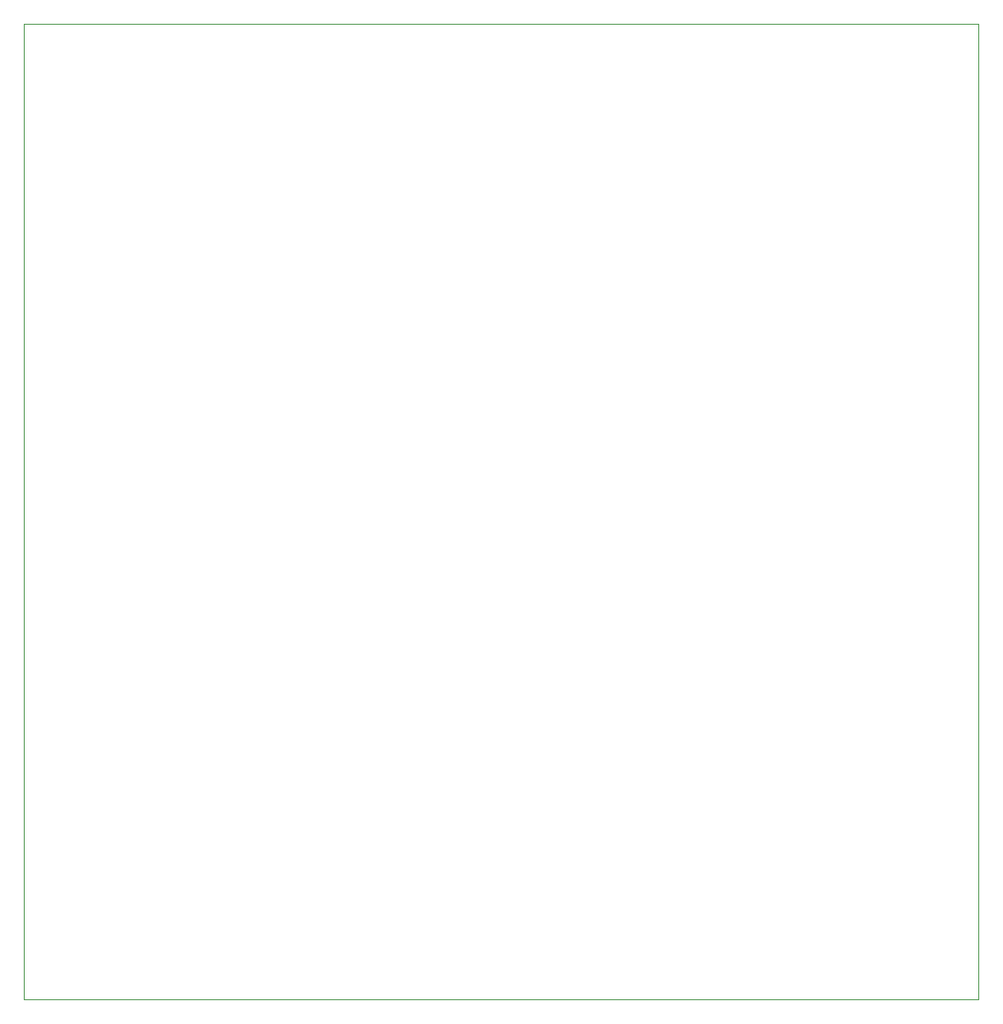
<source format=gbr>
%TF.GenerationSoftware,KiCad,Pcbnew,(5.1.12)-1*%
%TF.CreationDate,2022-05-12T22:17:49+01:00*%
%TF.ProjectId,main_circuit,6d61696e-5f63-4697-9263-7569742e6b69,rev?*%
%TF.SameCoordinates,Original*%
%TF.FileFunction,Profile,NP*%
%FSLAX46Y46*%
G04 Gerber Fmt 4.6, Leading zero omitted, Abs format (unit mm)*
G04 Created by KiCad (PCBNEW (5.1.12)-1) date 2022-05-12 22:17:49*
%MOMM*%
%LPD*%
G01*
G04 APERTURE LIST*
%TA.AperFunction,Profile*%
%ADD10C,0.050000*%
%TD*%
G04 APERTURE END LIST*
D10*
X93000000Y-33000000D02*
X93000000Y-130000000D01*
X188000000Y-33000000D02*
X93000000Y-33000000D01*
X188000000Y-130000000D02*
X188000000Y-33000000D01*
X93000000Y-130000000D02*
X188000000Y-130000000D01*
M02*

</source>
